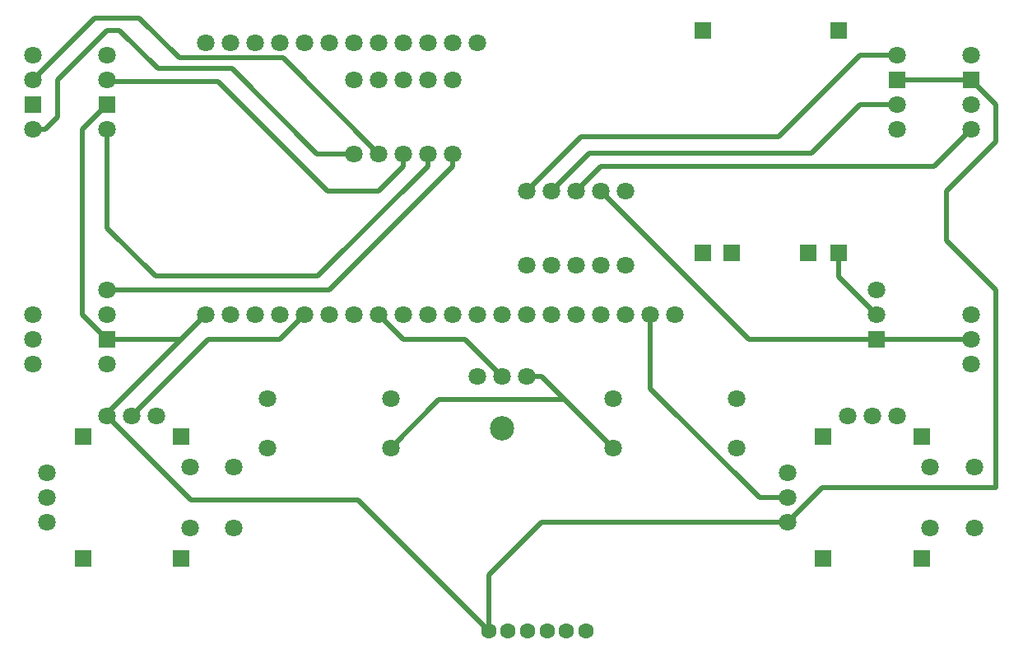
<source format=gbl>
%TF.GenerationSoftware,KiCad,Pcbnew,9.0.0*%
%TF.CreationDate,2025-03-19T00:26:51-07:00*%
%TF.ProjectId,remote_v3,72656d6f-7465-45f7-9633-2e6b69636164,v0.5*%
%TF.SameCoordinates,Original*%
%TF.FileFunction,Copper,L2,Bot*%
%TF.FilePolarity,Positive*%
%FSLAX46Y46*%
G04 Gerber Fmt 4.6, Leading zero omitted, Abs format (unit mm)*
G04 Created by KiCad (PCBNEW 9.0.0) date 2025-03-19 00:26:51*
%MOMM*%
%LPD*%
G01*
G04 APERTURE LIST*
%TA.AperFunction,ComponentPad*%
%ADD10C,1.800000*%
%TD*%
%TA.AperFunction,ComponentPad*%
%ADD11R,1.800000X1.800000*%
%TD*%
%TA.AperFunction,ComponentPad*%
%ADD12C,1.600000*%
%TD*%
%TA.AperFunction,ComponentPad*%
%ADD13C,2.500000*%
%TD*%
%TA.AperFunction,Conductor*%
%ADD14C,0.500000*%
%TD*%
%TA.AperFunction,Conductor*%
%ADD15C,0.300000*%
%TD*%
%TA.AperFunction,Conductor*%
%ADD16C,0.000000*%
%TD*%
G04 APERTURE END LIST*
D10*
%TO.P,RGB_LED4,1,R*%
%TO.N,Net-(RGB_LED4-R)*%
X106680000Y-82550000D03*
D11*
%TO.P,RGB_LED4,2,VCC*%
%TO.N,Net-(ESP32_UWB1-3V3)*%
X106680000Y-80010000D03*
D10*
%TO.P,RGB_LED4,3,G*%
%TO.N,Net-(RGB_LED4-G)*%
X106680000Y-77470000D03*
%TO.P,RGB_LED4,4,B*%
%TO.N,unconnected-(RGB_LED4-B-Pad4)*%
X106680000Y-74930000D03*
%TD*%
D11*
%TO.P,THUMBSTICK1,*%
%TO.N,*%
X190440000Y-126670058D03*
X190440000Y-114170058D03*
X180340000Y-126670058D03*
X180340000Y-114170058D03*
D10*
%TO.P,THUMBSTICK1,1,-*%
%TO.N,unconnected-(THUMBSTICK1---Pad1)*%
X187930000Y-112020058D03*
%TO.P,THUMBSTICK1,2,X*%
%TO.N,unconnected-(THUMBSTICK1-X-Pad2)*%
X185390000Y-112020058D03*
%TO.P,THUMBSTICK1,3,+*%
%TO.N,unconnected-(THUMBSTICK1-+-Pad3)*%
X182850000Y-112020058D03*
%TO.P,THUMBSTICK1,4,-*%
%TO.N,Net-(BUTTON1-S1_2)*%
X176690000Y-117880058D03*
%TO.P,THUMBSTICK1,5,Y*%
%TO.N,Net-(ESP32_UWB1-IO36)*%
X176690000Y-120420058D03*
%TO.P,THUMBSTICK1,6,+*%
%TO.N,Net-(ESP32_UWB1-3V3)*%
X176690000Y-122960058D03*
%TO.P,THUMBSTICK1,7,S1_1*%
%TO.N,unconnected-(THUMBSTICK1-S1_1-Pad7)*%
X191340000Y-123570058D03*
%TO.P,THUMBSTICK1,8,S1_2*%
%TO.N,unconnected-(THUMBSTICK1-S1_2-Pad8)*%
X195890000Y-123570058D03*
%TO.P,THUMBSTICK1,9,S2_1*%
%TO.N,unconnected-(THUMBSTICK1-S2_1-Pad9)*%
X191340000Y-117270058D03*
%TO.P,THUMBSTICK1,10,S2_2*%
%TO.N,unconnected-(THUMBSTICK1-S2_2-Pad10)*%
X195890000Y-117270058D03*
%TD*%
%TO.P,ESP32_UWB1,1,3V3*%
%TO.N,Net-(ESP32_UWB1-3V3)*%
X116840000Y-101600000D03*
%TO.P,ESP32_UWB1,2,GND*%
%TO.N,Net-(ESP32_UWB1-GND-Pad2)*%
X119380000Y-101600000D03*
%TO.P,ESP32_UWB1,3,RST*%
%TO.N,unconnected-(ESP32_UWB1-RST-Pad3)*%
X121920000Y-101600000D03*
%TO.P,ESP32_UWB1,4,GND*%
%TO.N,Net-(BUTTON1-S1_2)*%
X124460000Y-101600000D03*
%TO.P,ESP32_UWB1,5,IO2*%
%TO.N,Net-(ESP32_UWB1-IO2)*%
X127000000Y-101600000D03*
%TO.P,ESP32_UWB1,6,IO12*%
%TO.N,Net-(ESP32_UWB1-IO12)*%
X129540000Y-101600000D03*
%TO.P,ESP32_UWB1,7,IO13*%
%TO.N,Net-(BUTTON2-S2_1)*%
X132080000Y-101600000D03*
%TO.P,ESP32_UWB1,8,IO14*%
%TO.N,Net-(ESP32_UWB1-IO14)*%
X134620000Y-101600000D03*
%TO.P,ESP32_UWB1,9,IO15*%
%TO.N,Net-(ESP32_UWB1-IO15)*%
X137160000Y-101600000D03*
%TO.P,ESP32_UWB1,10,IO18*%
%TO.N,unconnected-(ESP32_UWB1-IO18-Pad10)*%
X139700000Y-101600000D03*
%TO.P,ESP32_UWB1,11,IO19*%
%TO.N,unconnected-(ESP32_UWB1-IO19-Pad11)*%
X142240000Y-101600000D03*
%TO.P,ESP32_UWB1,12,IO25*%
%TO.N,Net-(ESP32_UWB1-IO25)*%
X144780000Y-101600000D03*
%TO.P,ESP32_UWB1,13,IO26*%
%TO.N,Net-(ESP32_UWB1-IO26)*%
X147320000Y-101600000D03*
%TO.P,ESP32_UWB1,14,IO27*%
%TO.N,unconnected-(ESP32_UWB1-IO27-Pad14)*%
X149860000Y-101600000D03*
%TO.P,ESP32_UWB1,15,IO32*%
%TO.N,Net-(ESP32_UWB1-IO32)*%
X152400000Y-101600000D03*
%TO.P,ESP32_UWB1,16,IO33*%
%TO.N,Net-(ESP32_UWB1-IO33)*%
X154940000Y-101600000D03*
%TO.P,ESP32_UWB1,17,IO34*%
%TO.N,unconnected-(ESP32_UWB1-IO34-Pad17)*%
X157480000Y-101600000D03*
%TO.P,ESP32_UWB1,18,IO35*%
%TO.N,Net-(BUTTON1-S1_1)*%
X160020000Y-101600000D03*
%TO.P,ESP32_UWB1,19,IO36*%
%TO.N,Net-(ESP32_UWB1-IO36)*%
X162560000Y-101600000D03*
%TO.P,ESP32_UWB1,20,IO39*%
%TO.N,Net-(ESP32_UWB1-IO39)*%
X165100000Y-101600000D03*
%TO.P,ESP32_UWB1,21,5V0*%
%TO.N,Net-(5V_DC_DC_Converter1-OUT)*%
X116840000Y-73660000D03*
%TO.P,ESP32_UWB1,22,GND*%
%TO.N,Net-(3.7V_BATTERY_CHARGER1-OUT-)*%
X119380000Y-73660000D03*
%TO.P,ESP32_UWB1,23,IO3*%
%TO.N,unconnected-(ESP32_UWB1-IO3-Pad23)*%
X121920000Y-73660000D03*
%TO.P,ESP32_UWB1,24,IO1*%
%TO.N,unconnected-(ESP32_UWB1-IO1-Pad24)*%
X124460000Y-73660000D03*
%TO.P,ESP32_UWB1,25,IO0*%
%TO.N,unconnected-(ESP32_UWB1-IO0-Pad25)*%
X127000000Y-73660000D03*
%TO.P,ESP32_UWB1,26,IO4*%
%TO.N,unconnected-(ESP32_UWB1-IO4-Pad26)*%
X129540000Y-73660000D03*
%TO.P,ESP32_UWB1,27,IO5*%
%TO.N,Net-(ESP32_UWB1-IO5)*%
X132080000Y-73660000D03*
%TO.P,ESP32_UWB1,28,IO16*%
%TO.N,Net-(ESP32_UWB1-IO16)*%
X134620000Y-73660000D03*
%TO.P,ESP32_UWB1,29,IO17*%
%TO.N,Net-(ESP32_UWB1-IO17)*%
X137160000Y-73660000D03*
%TO.P,ESP32_UWB1,30,IO21*%
%TO.N,Net-(ESP32_UWB1-IO21)*%
X139700000Y-73660000D03*
%TO.P,ESP32_UWB1,31,IO22*%
%TO.N,Net-(ESP32_UWB1-IO22)*%
X142240000Y-73660000D03*
%TO.P,ESP32_UWB1,32,IO23*%
%TO.N,unconnected-(ESP32_UWB1-IO23-Pad32)*%
X144780000Y-73660000D03*
%TD*%
%TO.P,ON_OFF_SWITCH1,1*%
%TO.N,unconnected-(ON_OFF_SWITCH1-Pad1)*%
X195580000Y-106680000D03*
%TO.P,ON_OFF_SWITCH1,2*%
%TO.N,Net-(5V_DC_DC_Converter1-IN)*%
X195580000Y-104140000D03*
%TO.P,ON_OFF_SWITCH1,3*%
%TO.N,Net-(3.7V_BATTERY_CHARGER1-OUT+)*%
X195580000Y-101600000D03*
%TD*%
%TO.P,BUTTON2,1,S1_1*%
%TO.N,unconnected-(BUTTON2-S1_1-Pad1)*%
X123160000Y-110260058D03*
%TO.P,BUTTON2,2,S1_2*%
%TO.N,unconnected-(BUTTON2-S1_2-Pad2)*%
X123160000Y-115340058D03*
%TO.P,BUTTON2,3,S2_1*%
%TO.N,Net-(BUTTON2-S2_1)*%
X135860000Y-110260058D03*
%TO.P,BUTTON2,4,S2_2*%
%TO.N,Net-(BUTTON1-S1_2)*%
X135860000Y-115340058D03*
%TD*%
%TO.P,RGB_LED1,1,R*%
%TO.N,Net-(RGB_LED1-R)*%
X187960000Y-74930000D03*
D11*
%TO.P,RGB_LED1,2,VCC*%
%TO.N,Net-(ESP32_UWB1-3V3)*%
X187960000Y-77470000D03*
D10*
%TO.P,RGB_LED1,3,G*%
%TO.N,Net-(RGB_LED1-G)*%
X187960000Y-80010000D03*
%TO.P,RGB_LED1,4,B*%
%TO.N,unconnected-(RGB_LED1-B-Pad4)*%
X187960000Y-82550000D03*
%TD*%
D11*
%TO.P,THUMBSTICK2,*%
%TO.N,*%
X114270000Y-126670058D03*
X114270000Y-114170058D03*
X104170000Y-126670058D03*
X104170000Y-114170058D03*
D10*
%TO.P,THUMBSTICK2,1,-*%
%TO.N,Net-(BUTTON1-S1_2)*%
X111760000Y-112020058D03*
%TO.P,THUMBSTICK2,2,X*%
%TO.N,Net-(ESP32_UWB1-IO2)*%
X109220000Y-112020058D03*
%TO.P,THUMBSTICK2,3,+*%
%TO.N,Net-(ESP32_UWB1-3V3)*%
X106680000Y-112020058D03*
%TO.P,THUMBSTICK2,4,-*%
%TO.N,unconnected-(THUMBSTICK2---Pad4)*%
X100520000Y-117880058D03*
%TO.P,THUMBSTICK2,5,Y*%
%TO.N,unconnected-(THUMBSTICK2-Y-Pad5)*%
X100520000Y-120420058D03*
%TO.P,THUMBSTICK2,6,+*%
%TO.N,unconnected-(THUMBSTICK2-+-Pad6)*%
X100520000Y-122960058D03*
%TO.P,THUMBSTICK2,7,S1_1*%
%TO.N,unconnected-(THUMBSTICK2-S1_1-Pad7)*%
X115170000Y-123570058D03*
%TO.P,THUMBSTICK2,8,S1_2*%
%TO.N,unconnected-(THUMBSTICK2-S1_2-Pad8)*%
X119720000Y-123570058D03*
%TO.P,THUMBSTICK2,9,S2_1*%
%TO.N,unconnected-(THUMBSTICK2-S2_1-Pad9)*%
X115170000Y-117270058D03*
%TO.P,THUMBSTICK2,10,S2_2*%
%TO.N,unconnected-(THUMBSTICK2-S2_2-Pad10)*%
X119720000Y-117270058D03*
%TD*%
%TO.P,BUTTON1,1,S1_1*%
%TO.N,Net-(BUTTON1-S1_1)*%
X158720000Y-110260058D03*
%TO.P,BUTTON1,2,S1_2*%
%TO.N,Net-(BUTTON1-S1_2)*%
X158720000Y-115340058D03*
%TO.P,BUTTON1,3,S2_1*%
%TO.N,unconnected-(BUTTON1-S2_1-Pad3)*%
X171420000Y-110260058D03*
%TO.P,BUTTON1,4,S2_2*%
%TO.N,unconnected-(BUTTON1-S2_2-Pad4)*%
X171420000Y-115340058D03*
%TD*%
D12*
%TO.P,MINI_THUMBSTICK1,1,+*%
%TO.N,Net-(ESP32_UWB1-3V3)*%
X145920000Y-134120000D03*
%TO.P,MINI_THUMBSTICK1,2,-*%
%TO.N,Net-(BUTTON1-S1_2)*%
X147920000Y-134120000D03*
%TO.P,MINI_THUMBSTICK1,3,X*%
%TO.N,Net-(ESP32_UWB1-IO15)*%
X149920000Y-134120000D03*
%TO.P,MINI_THUMBSTICK1,4,S+*%
%TO.N,unconnected-(MINI_THUMBSTICK1-S+-Pad4)*%
X151920000Y-134120000D03*
%TO.P,MINI_THUMBSTICK1,5,S-*%
%TO.N,unconnected-(MINI_THUMBSTICK1-S--Pad5)*%
X153920000Y-134120000D03*
%TO.P,MINI_THUMBSTICK1,6,Y*%
%TO.N,Net-(ESP32_UWB1-IO25)*%
X155920000Y-134120000D03*
D13*
%TO.P,MINI_THUMBSTICK1,7*%
%TO.N,N/C*%
X147320000Y-113320000D03*
%TD*%
D10*
%TO.P,RGB_LED2,1,R*%
%TO.N,unconnected-(RGB_LED2-R-Pad1)*%
X106680000Y-106680000D03*
D11*
%TO.P,RGB_LED2,2,VCC*%
%TO.N,Net-(ESP32_UWB1-3V3)*%
X106680000Y-104140000D03*
D10*
%TO.P,RGB_LED2,3,G*%
%TO.N,unconnected-(RGB_LED2-G-Pad3)*%
X106680000Y-101600000D03*
%TO.P,RGB_LED2,4,B*%
%TO.N,Net-(RGB_LED2-B)*%
X106680000Y-99060000D03*
%TD*%
%TO.P,RGB_LED3,1,R*%
%TO.N,Net-(RGB_LED3-R)*%
X99060000Y-82550000D03*
D11*
%TO.P,RGB_LED3,2,VCC*%
%TO.N,Net-(ESP32_UWB1-3V3)*%
X99060000Y-80010000D03*
D10*
%TO.P,RGB_LED3,3,G*%
%TO.N,Net-(RGB_LED3-G)*%
X99060000Y-77470000D03*
%TO.P,RGB_LED3,4,B*%
%TO.N,unconnected-(RGB_LED3-B-Pad4)*%
X99060000Y-74930000D03*
%TD*%
%TO.P,LOCK_SWITCH1,1*%
%TO.N,unconnected-(LOCK_SWITCH1-Pad1)*%
X144780000Y-107969000D03*
%TO.P,LOCK_SWITCH1,2*%
%TO.N,Net-(ESP32_UWB1-IO14)*%
X147320000Y-107969000D03*
%TO.P,LOCK_SWITCH1,3*%
%TO.N,Net-(BUTTON1-S1_2)*%
X149860000Y-107969000D03*
%TD*%
%TO.P,UWB_SELECTOR1,1*%
%TO.N,unconnected-(UWB_SELECTOR1-Pad1)*%
X99060000Y-106680000D03*
%TO.P,UWB_SELECTOR1,2*%
%TO.N,Net-(ESP32_UWB1-GND-Pad2)*%
X99060000Y-104140000D03*
%TO.P,UWB_SELECTOR1,3*%
%TO.N,Net-(ESP32_UWB1-IO12)*%
X99060000Y-101600000D03*
%TD*%
%TO.P,RGB_LED5,1,R*%
%TO.N,unconnected-(RGB_LED5-R-Pad1)*%
X195580000Y-74930000D03*
D11*
%TO.P,RGB_LED5,2,VCC*%
%TO.N,Net-(ESP32_UWB1-3V3)*%
X195580000Y-77470000D03*
D10*
%TO.P,RGB_LED5,3,G*%
%TO.N,unconnected-(RGB_LED5-G-Pad3)*%
X195580000Y-80010000D03*
%TO.P,RGB_LED5,4,B*%
%TO.N,Net-(RGB_LED5-B)*%
X195580000Y-82550000D03*
%TD*%
%TO.P,R8,1*%
%TO.N,Net-(ESP32_UWB1-IO33)*%
X154940000Y-96520000D03*
%TO.P,R8,2*%
%TO.N,Net-(RGB_LED5-B)*%
X154940000Y-88900000D03*
%TD*%
%TO.P,R2,1*%
%TO.N,Net-(ESP32_UWB1-IO16)*%
X134620000Y-77470000D03*
%TO.P,R2,2*%
%TO.N,Net-(RGB_LED3-G)*%
X134620000Y-85090000D03*
%TD*%
D11*
%TO.P,5V_DC_DC_Converter1,1,IN*%
%TO.N,Net-(5V_DC_DC_Converter1-IN)*%
X185860000Y-104140000D03*
D10*
%TO.P,5V_DC_DC_Converter1,2,GND*%
%TO.N,Net-(3.7V_BATTERY_CHARGER1-OUT-)*%
X185860000Y-101600000D03*
%TO.P,5V_DC_DC_Converter1,3,OUT*%
%TO.N,Net-(5V_DC_DC_Converter1-OUT)*%
X185860000Y-99060000D03*
%TD*%
%TO.P,R4,1*%
%TO.N,Net-(ESP32_UWB1-IO21)*%
X139700000Y-77470000D03*
%TO.P,R4,2*%
%TO.N,Net-(RGB_LED4-R)*%
X139700000Y-85090000D03*
%TD*%
%TO.P,R9,1*%
%TO.N,Net-(ESP32_UWB1-IO39)*%
X157480000Y-96520000D03*
%TO.P,R9,2*%
%TO.N,Net-(5V_DC_DC_Converter1-IN)*%
X157480000Y-88900000D03*
%TD*%
%TO.P,R7,1*%
%TO.N,Net-(ESP32_UWB1-IO32)*%
X152400000Y-96520000D03*
%TO.P,R7,2*%
%TO.N,Net-(RGB_LED1-G)*%
X152400000Y-88900000D03*
%TD*%
%TO.P,R1,1*%
%TO.N,Net-(ESP32_UWB1-IO5)*%
X132080000Y-77470000D03*
%TO.P,R1,2*%
%TO.N,Net-(RGB_LED3-R)*%
X132080000Y-85090000D03*
%TD*%
%TO.P,R6,1*%
%TO.N,Net-(ESP32_UWB1-IO26)*%
X149860000Y-96520000D03*
%TO.P,R6,2*%
%TO.N,Net-(RGB_LED1-R)*%
X149860000Y-88900000D03*
%TD*%
%TO.P,R10,1*%
%TO.N,Net-(ESP32_UWB1-IO39)*%
X160020000Y-96520000D03*
%TO.P,R10,2*%
%TO.N,Net-(3.7V_BATTERY_CHARGER1-OUT-)*%
X160020000Y-88900000D03*
%TD*%
D11*
%TO.P,3.7V_BATTERY_CHARGER1,1,+*%
%TO.N,unconnected-(3.7V_BATTERY_CHARGER1-+-Pad1)*%
X167995000Y-72390000D03*
%TO.P,3.7V_BATTERY_CHARGER1,2,-*%
%TO.N,unconnected-(3.7V_BATTERY_CHARGER1---Pad2)*%
X181965000Y-72390000D03*
%TO.P,3.7V_BATTERY_CHARGER1,3,OUT+*%
%TO.N,Net-(3.7V_BATTERY_CHARGER1-OUT+)*%
X167995000Y-95250000D03*
%TO.P,3.7V_BATTERY_CHARGER1,4,B+*%
%TO.N,unconnected-(3.7V_BATTERY_CHARGER1-B+-Pad4)*%
X170895000Y-95250000D03*
%TO.P,3.7V_BATTERY_CHARGER1,5,B-*%
%TO.N,unconnected-(3.7V_BATTERY_CHARGER1-B--Pad5)*%
X178765000Y-95250000D03*
%TO.P,3.7V_BATTERY_CHARGER1,6,OUT-*%
%TO.N,Net-(3.7V_BATTERY_CHARGER1-OUT-)*%
X181965000Y-95250000D03*
%TD*%
D10*
%TO.P,R3,1*%
%TO.N,Net-(ESP32_UWB1-IO17)*%
X137160000Y-77470000D03*
%TO.P,R3,2*%
%TO.N,Net-(RGB_LED4-G)*%
X137160000Y-85090000D03*
%TD*%
%TO.P,R5,1*%
%TO.N,Net-(ESP32_UWB1-IO22)*%
X142240000Y-77470000D03*
%TO.P,R5,2*%
%TO.N,Net-(RGB_LED2-B)*%
X142240000Y-85090000D03*
%TD*%
D14*
%TO.N,Net-(RGB_LED1-R)*%
X187960000Y-74930000D02*
X184150000Y-74930000D01*
X184150000Y-74930000D02*
X175732069Y-83347931D01*
X175732069Y-83347931D02*
X155412069Y-83347931D01*
X155412069Y-83347931D02*
X149860000Y-88900000D01*
%TO.N,Net-(RGB_LED1-G)*%
X187960000Y-80010000D02*
X184150000Y-80010000D01*
X156290238Y-85009762D02*
X152400000Y-88900000D01*
X184150000Y-80010000D02*
X179150238Y-85009762D01*
X179150238Y-85009762D02*
X156290238Y-85009762D01*
%TO.N,Net-(RGB_LED5-B)*%
X154940000Y-88900000D02*
X157480000Y-86360000D01*
X157480000Y-86360000D02*
X191770000Y-86360000D01*
X191770000Y-86360000D02*
X195580000Y-82550000D01*
%TO.N,Net-(3.7V_BATTERY_CHARGER1-OUT-)*%
X185860000Y-101600000D02*
X181965000Y-97705000D01*
X181965000Y-97705000D02*
X181965000Y-95250000D01*
D15*
%TO.N,Net-(ESP32_UWB1-IO25)*%
X144780000Y-101600000D02*
X145260182Y-101600000D01*
D14*
%TO.N,Net-(ESP32_UWB1-3V3)*%
X187960000Y-77470000D02*
X195580000Y-77470000D01*
X145920000Y-134120000D02*
X132450000Y-120650000D01*
X193040000Y-88900000D02*
X193040000Y-93980000D01*
X106680000Y-80010000D02*
X104140000Y-82550000D01*
X132080000Y-120650000D02*
X115309942Y-120650000D01*
X106680000Y-112020058D02*
X106680000Y-111760000D01*
X198120000Y-83820000D02*
X193040000Y-88900000D01*
X145920000Y-134120000D02*
X145920000Y-128400000D01*
X106680000Y-104140000D02*
X114300000Y-104140000D01*
X114300000Y-104140000D02*
X116840000Y-101600000D01*
X104140000Y-82550000D02*
X104140000Y-101600000D01*
X132450000Y-120650000D02*
X132080000Y-120650000D01*
X198120000Y-99060000D02*
X198120000Y-119380000D01*
X106680000Y-111760000D02*
X116840000Y-101600000D01*
X151359942Y-122960058D02*
X176690000Y-122960058D01*
X180270058Y-119380000D02*
X176690000Y-122960058D01*
X195580000Y-77470000D02*
X198120000Y-80010000D01*
X193040000Y-93980000D02*
X198120000Y-99060000D01*
X116840000Y-101600000D02*
X116840000Y-101860058D01*
X198120000Y-80010000D02*
X198120000Y-83820000D01*
X104140000Y-101600000D02*
X106680000Y-104140000D01*
X198120000Y-119380000D02*
X180270058Y-119380000D01*
X115309942Y-120650000D02*
X106680000Y-112020058D01*
X145920000Y-128400000D02*
X151359942Y-122960058D01*
%TO.N,Net-(RGB_LED2-B)*%
X142240000Y-85090000D02*
X142240000Y-86360000D01*
X129540000Y-99060000D02*
X106680000Y-99060000D01*
X142240000Y-86360000D02*
X129540000Y-99060000D01*
%TO.N,Net-(RGB_LED3-R)*%
X101600000Y-77470000D02*
X106680000Y-72390000D01*
X100330000Y-82550000D02*
X101600000Y-81280000D01*
X119540000Y-76360000D02*
X128270000Y-85090000D01*
X107950000Y-72390000D02*
X111920000Y-76360000D01*
X111920000Y-76360000D02*
X119540000Y-76360000D01*
X99060000Y-82550000D02*
X100330000Y-82550000D01*
X128270000Y-85090000D02*
X132080000Y-85090000D01*
X101600000Y-81280000D02*
X101600000Y-77470000D01*
X106680000Y-72390000D02*
X107950000Y-72390000D01*
%TO.N,Net-(RGB_LED3-G)*%
X99060000Y-77470000D02*
X105410000Y-71120000D01*
X105410000Y-71120000D02*
X109960000Y-71120000D01*
X134620000Y-85090000D02*
X124780000Y-75250000D01*
X109960000Y-71120000D02*
X114090000Y-75250000D01*
X124780000Y-75250000D02*
X114090000Y-75250000D01*
%TO.N,Net-(ESP32_UWB1-IO14)*%
X147320000Y-107969000D02*
X143491000Y-104140000D01*
X143491000Y-104140000D02*
X137160000Y-104140000D01*
X137160000Y-104140000D02*
X134620000Y-101600000D01*
%TO.N,Net-(ESP32_UWB1-IO36)*%
X162560000Y-109220000D02*
X173760058Y-120420058D01*
X162560000Y-101600000D02*
X162560000Y-109220000D01*
X173760058Y-120420058D02*
X176690000Y-120420058D01*
%TO.N,Net-(ESP32_UWB1-IO2)*%
X117100058Y-104140000D02*
X124460000Y-104140000D01*
X109220000Y-112020058D02*
X117100058Y-104140000D01*
X124460000Y-104140000D02*
X127000000Y-101600000D01*
%TO.N,Net-(RGB_LED4-R)*%
X106680000Y-82550000D02*
X106680000Y-92714664D01*
X106680000Y-92714664D02*
X111655336Y-97690000D01*
X128370000Y-97690000D02*
X111655336Y-97690000D01*
X139700000Y-85090000D02*
X139700000Y-86360000D01*
X139700000Y-86360000D02*
X128370000Y-97690000D01*
%TO.N,Net-(RGB_LED4-G)*%
X129350000Y-88900000D02*
X134620000Y-88900000D01*
X106680000Y-77660000D02*
X118110000Y-77660000D01*
X137160000Y-86360000D02*
X137160000Y-85090000D01*
X118110000Y-77660000D02*
X129350000Y-88900000D01*
X134620000Y-88900000D02*
X137160000Y-86360000D01*
D16*
%TO.N,Net-(BUTTON1-S1_2)*%
X135860000Y-115340058D02*
X136900058Y-114300000D01*
D14*
X140810029Y-110390029D02*
X153769971Y-110390029D01*
X151348942Y-107969000D02*
X158720000Y-115340058D01*
X149860000Y-107969000D02*
X151348942Y-107969000D01*
X153769971Y-110390029D02*
X153869942Y-110490000D01*
X149859999Y-107969000D02*
X149860000Y-107969000D01*
X135860000Y-115340058D02*
X140810029Y-110390029D01*
D16*
X136900058Y-114300000D02*
X137160000Y-114300000D01*
D14*
%TO.N,Net-(5V_DC_DC_Converter1-IN)*%
X157480000Y-88900000D02*
X172720000Y-104140000D01*
X195580000Y-104140000D02*
X185860000Y-104140000D01*
X172720000Y-104140000D02*
X185860000Y-104140000D01*
%TD*%
M02*

</source>
